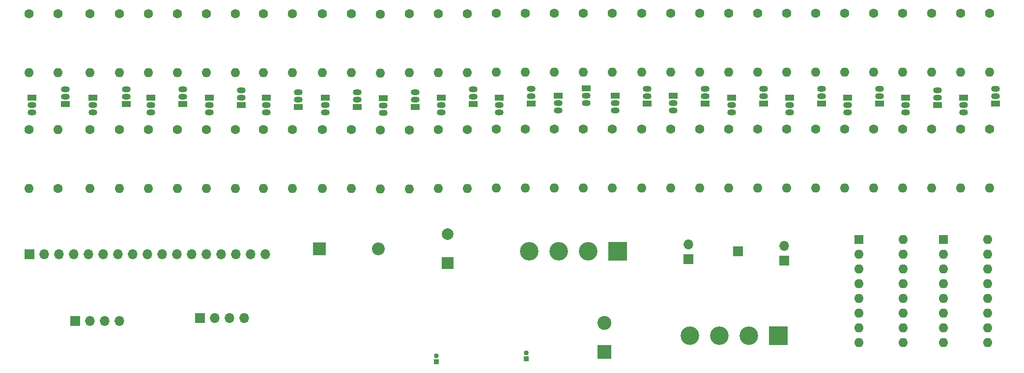
<source format=gbr>
%TF.GenerationSoftware,KiCad,Pcbnew,8.0.5*%
%TF.CreationDate,2024-10-01T12:40:19+02:00*%
%TF.ProjectId,e,652e6b69-6361-4645-9f70-636258585858,rev?*%
%TF.SameCoordinates,Original*%
%TF.FileFunction,Soldermask,Bot*%
%TF.FilePolarity,Negative*%
%FSLAX46Y46*%
G04 Gerber Fmt 4.6, Leading zero omitted, Abs format (unit mm)*
G04 Created by KiCad (PCBNEW 8.0.5) date 2024-10-01 12:40:19*
%MOMM*%
%LPD*%
G01*
G04 APERTURE LIST*
%ADD10R,1.700000X1.700000*%
%ADD11O,1.700000X1.700000*%
%ADD12C,1.600000*%
%ADD13O,1.600000X1.600000*%
%ADD14R,1.500000X1.050000*%
%ADD15O,1.500000X1.050000*%
%ADD16R,0.850000X0.850000*%
%ADD17O,0.850000X0.850000*%
%ADD18R,3.200000X3.200000*%
%ADD19C,3.200000*%
%ADD20R,1.600000X1.600000*%
%ADD21R,2.000000X2.000000*%
%ADD22C,2.000000*%
%ADD23R,2.200000X2.200000*%
%ADD24O,2.200000X2.200000*%
%ADD25R,2.400000X2.400000*%
%ADD26C,2.400000*%
G04 APERTURE END LIST*
D10*
%TO.C,J9*%
X24920000Y-68500000D03*
D11*
X27460000Y-68500000D03*
X30000000Y-68500000D03*
X32540000Y-68500000D03*
%TD*%
D10*
%TO.C,J2*%
X46420000Y-68000000D03*
D11*
X48960000Y-68000000D03*
X51500000Y-68000000D03*
X54040000Y-68000000D03*
%TD*%
D10*
%TO.C,J5*%
X139120000Y-56500000D03*
%TD*%
%TO.C,J4*%
X130620000Y-57775000D03*
D11*
X130620000Y-55235000D03*
%TD*%
D10*
%TO.C,J3*%
X147120000Y-58040000D03*
D11*
X147120000Y-55500000D03*
%TD*%
D10*
%TO.C,J1*%
X17020000Y-57000000D03*
D11*
X19560000Y-57000000D03*
X22100000Y-57000000D03*
X24640000Y-57000000D03*
X27180000Y-57000000D03*
X29720000Y-57000000D03*
X32260000Y-57000000D03*
X34800000Y-57000000D03*
X37340000Y-57000000D03*
X39880000Y-57000000D03*
X42420000Y-57000000D03*
X44960000Y-57000000D03*
X47500000Y-57000000D03*
X50040000Y-57000000D03*
X52580000Y-57000000D03*
X55120000Y-57000000D03*
X57660000Y-57000000D03*
%TD*%
D12*
%TO.C,R39*%
X112500000Y-15420000D03*
D13*
X112500000Y-25580000D03*
%TD*%
D14*
%TO.C,Q19*%
X108140000Y-29650000D03*
D15*
X108140000Y-30920000D03*
X108140000Y-32190000D03*
%TD*%
D12*
%TO.C,R48*%
X132500000Y-35420000D03*
D13*
X132500000Y-45580000D03*
%TD*%
D16*
%TO.C,J6*%
X102620000Y-75000000D03*
D17*
X102620000Y-74000000D03*
%TD*%
D12*
%TO.C,R31*%
X22000000Y-15500000D03*
D13*
X22000000Y-25660000D03*
%TD*%
D14*
%TO.C,Q33*%
X178000000Y-29920000D03*
D15*
X178000000Y-31190000D03*
X178000000Y-32460000D03*
%TD*%
D14*
%TO.C,Q4*%
X83500000Y-31580000D03*
D15*
X83500000Y-30310000D03*
X83500000Y-29040000D03*
%TD*%
D14*
%TO.C,Q28*%
X153500000Y-30960000D03*
D15*
X153500000Y-29690000D03*
X153500000Y-28420000D03*
%TD*%
D12*
%TO.C,R34*%
X97500000Y-35420000D03*
D13*
X97500000Y-45580000D03*
%TD*%
D12*
%TO.C,R63*%
X172500000Y-15420000D03*
D13*
X172500000Y-25580000D03*
%TD*%
D12*
%TO.C,R7*%
X82500000Y-15460000D03*
D13*
X82500000Y-25620000D03*
%TD*%
D12*
%TO.C,R65*%
X177500000Y-15420000D03*
D13*
X177500000Y-25580000D03*
%TD*%
D12*
%TO.C,R15*%
X62370000Y-15500000D03*
D13*
X62370000Y-25660000D03*
%TD*%
D14*
%TO.C,Q22*%
X123500000Y-30960000D03*
D15*
X123500000Y-29690000D03*
X123500000Y-28420000D03*
%TD*%
D14*
%TO.C,Q12*%
X43500000Y-31040000D03*
D15*
X43500000Y-29770000D03*
X43500000Y-28500000D03*
%TD*%
D14*
%TO.C,Q2*%
X93500000Y-31040000D03*
D15*
X93500000Y-29770000D03*
X93500000Y-28500000D03*
%TD*%
D12*
%TO.C,R6*%
X77500000Y-35540000D03*
D13*
X77500000Y-45700000D03*
%TD*%
D12*
%TO.C,R51*%
X142500000Y-15420000D03*
D13*
X142500000Y-25580000D03*
%TD*%
D14*
%TO.C,Q7*%
X57870000Y-30000000D03*
D15*
X57870000Y-31270000D03*
X57870000Y-32540000D03*
%TD*%
D12*
%TO.C,R59*%
X162500000Y-15420000D03*
D13*
X162500000Y-25580000D03*
%TD*%
D12*
%TO.C,R18*%
X47500000Y-35500000D03*
D13*
X47500000Y-45660000D03*
%TD*%
D14*
%TO.C,Q20*%
X113000000Y-28380000D03*
D15*
X113000000Y-29650000D03*
X113000000Y-30920000D03*
%TD*%
D12*
%TO.C,R46*%
X127500000Y-35420000D03*
D13*
X127500000Y-45580000D03*
%TD*%
D12*
%TO.C,R35*%
X102500000Y-15420000D03*
D13*
X102500000Y-25580000D03*
%TD*%
D12*
%TO.C,R23*%
X42500000Y-15500000D03*
D13*
X42500000Y-25660000D03*
%TD*%
D14*
%TO.C,Q16*%
X23230000Y-31040000D03*
D15*
X23230000Y-29770000D03*
X23230000Y-28500000D03*
%TD*%
D14*
%TO.C,Q31*%
X168000000Y-29920000D03*
D15*
X168000000Y-31190000D03*
X168000000Y-32460000D03*
%TD*%
D12*
%TO.C,R67*%
X182500000Y-15420000D03*
D13*
X182500000Y-25580000D03*
%TD*%
D12*
%TO.C,R49*%
X137500000Y-15420000D03*
D13*
X137500000Y-25580000D03*
%TD*%
D12*
%TO.C,R38*%
X107500000Y-35420000D03*
D13*
X107500000Y-45580000D03*
%TD*%
D12*
%TO.C,R11*%
X72500000Y-15500000D03*
D13*
X72500000Y-25660000D03*
%TD*%
D12*
%TO.C,R58*%
X157500000Y-35420000D03*
D13*
X157500000Y-45580000D03*
%TD*%
D12*
%TO.C,R3*%
X87500000Y-35500000D03*
D13*
X87500000Y-45660000D03*
%TD*%
D12*
%TO.C,R45*%
X127500000Y-15420000D03*
D13*
X127500000Y-25580000D03*
%TD*%
D12*
%TO.C,R4*%
X92500000Y-35500000D03*
D13*
X92500000Y-45660000D03*
%TD*%
D12*
%TO.C,R32*%
X22000000Y-45660000D03*
D13*
X22000000Y-35500000D03*
%TD*%
D14*
%TO.C,Q26*%
X143500000Y-30960000D03*
D15*
X143500000Y-29690000D03*
X143500000Y-28420000D03*
%TD*%
D12*
%TO.C,R22*%
X37500000Y-35500000D03*
D13*
X37500000Y-45660000D03*
%TD*%
D14*
%TO.C,Q14*%
X33730000Y-31040000D03*
D15*
X33730000Y-29770000D03*
X33730000Y-28500000D03*
%TD*%
D14*
%TO.C,Q25*%
X138000000Y-29920000D03*
D15*
X138000000Y-31190000D03*
X138000000Y-32460000D03*
%TD*%
D14*
%TO.C,Q30*%
X163500000Y-30960000D03*
D15*
X163500000Y-29690000D03*
X163500000Y-28420000D03*
%TD*%
D12*
%TO.C,R12*%
X72500000Y-35500000D03*
D13*
X72500000Y-45660000D03*
%TD*%
D12*
%TO.C,R57*%
X157500000Y-15420000D03*
D13*
X157500000Y-25580000D03*
%TD*%
D12*
%TO.C,R26*%
X27500000Y-35500000D03*
D13*
X27500000Y-45660000D03*
%TD*%
D12*
%TO.C,R44*%
X122500000Y-35420000D03*
D13*
X122500000Y-45580000D03*
%TD*%
D12*
%TO.C,R1*%
X87500000Y-15500000D03*
D13*
X87500000Y-25660000D03*
%TD*%
D14*
%TO.C,Q15*%
X17500000Y-30000000D03*
D15*
X17500000Y-31270000D03*
X17500000Y-32540000D03*
%TD*%
D12*
%TO.C,R47*%
X132500000Y-15420000D03*
D13*
X132500000Y-25580000D03*
%TD*%
D12*
%TO.C,R66*%
X177500000Y-35420000D03*
D13*
X177500000Y-45580000D03*
%TD*%
D12*
%TO.C,R27*%
X32500000Y-15500000D03*
D13*
X32500000Y-25660000D03*
%TD*%
D12*
%TO.C,R53*%
X147500000Y-15420000D03*
D13*
X147500000Y-25580000D03*
%TD*%
D12*
%TO.C,R17*%
X47500000Y-15500000D03*
D13*
X47500000Y-25660000D03*
%TD*%
D12*
%TO.C,R61*%
X167500000Y-15420000D03*
D13*
X167500000Y-25580000D03*
%TD*%
D12*
%TO.C,R50*%
X137500000Y-35420000D03*
D13*
X137500000Y-45580000D03*
%TD*%
D12*
%TO.C,R5*%
X77500000Y-15540000D03*
D13*
X77500000Y-25700000D03*
%TD*%
D12*
%TO.C,R33*%
X97500000Y-15420000D03*
D13*
X97500000Y-25580000D03*
%TD*%
D12*
%TO.C,R24*%
X42500000Y-35500000D03*
D13*
X42500000Y-45660000D03*
%TD*%
D14*
%TO.C,Q3*%
X78000000Y-30040000D03*
D15*
X78000000Y-31310000D03*
X78000000Y-32580000D03*
%TD*%
D12*
%TO.C,R42*%
X117500000Y-35420000D03*
D13*
X117500000Y-45580000D03*
%TD*%
D12*
%TO.C,R20*%
X52500000Y-35500000D03*
D13*
X52500000Y-45660000D03*
%TD*%
D14*
%TO.C,Q24*%
X133500000Y-30960000D03*
D15*
X133500000Y-29690000D03*
X133500000Y-28420000D03*
%TD*%
D18*
%TO.C,D2*%
X146120000Y-71000000D03*
D19*
X141040000Y-71000000D03*
X135960000Y-71000000D03*
X130880000Y-71000000D03*
%TD*%
D14*
%TO.C,Q5*%
X68000000Y-30000000D03*
D15*
X68000000Y-31270000D03*
X68000000Y-32540000D03*
%TD*%
D12*
%TO.C,R54*%
X147500000Y-35420000D03*
D13*
X147500000Y-45580000D03*
%TD*%
D12*
%TO.C,R68*%
X182500000Y-35420000D03*
D13*
X182500000Y-45580000D03*
%TD*%
D14*
%TO.C,Q9*%
X48000000Y-30000000D03*
D15*
X48000000Y-31270000D03*
X48000000Y-32540000D03*
%TD*%
D12*
%TO.C,R8*%
X82500000Y-35540000D03*
D13*
X82500000Y-45700000D03*
%TD*%
D12*
%TO.C,R55*%
X152500000Y-15420000D03*
D13*
X152500000Y-25580000D03*
%TD*%
D12*
%TO.C,R60*%
X162500000Y-35420000D03*
D13*
X162500000Y-45580000D03*
%TD*%
D12*
%TO.C,R62*%
X167500000Y-35420000D03*
D13*
X167500000Y-45580000D03*
%TD*%
D12*
%TO.C,R36*%
X102500000Y-35420000D03*
D13*
X102500000Y-45580000D03*
%TD*%
%TO.C,U1*%
X182120000Y-54460000D03*
X182120000Y-57000000D03*
X182120000Y-59540000D03*
X182120000Y-62080000D03*
X182120000Y-64620000D03*
X182120000Y-67160000D03*
X182120000Y-69700000D03*
X182120000Y-72240000D03*
X174500000Y-72240000D03*
X174500000Y-69700000D03*
X174500000Y-67160000D03*
X174500000Y-64620000D03*
X174500000Y-62080000D03*
X174500000Y-59540000D03*
X174500000Y-57000000D03*
D20*
X174500000Y-54460000D03*
%TD*%
D12*
%TO.C,R14*%
X57370000Y-35500000D03*
D13*
X57370000Y-45660000D03*
%TD*%
D12*
%TO.C,R25*%
X27500000Y-15500000D03*
D13*
X27500000Y-25660000D03*
%TD*%
D21*
%TO.C,C1*%
X89120000Y-58500000D03*
D22*
X89120000Y-53500000D03*
%TD*%
D12*
%TO.C,R9*%
X67500000Y-15500000D03*
D13*
X67500000Y-25660000D03*
%TD*%
D14*
%TO.C,Q11*%
X38000000Y-30000000D03*
D15*
X38000000Y-31270000D03*
X38000000Y-32540000D03*
%TD*%
D12*
%TO.C,R19*%
X52500000Y-15500000D03*
D13*
X52500000Y-25660000D03*
%TD*%
D12*
%TO.C,R16*%
X62370000Y-35500000D03*
D13*
X62370000Y-45660000D03*
%TD*%
D20*
%TO.C,U3*%
X160000000Y-54460000D03*
D13*
X160000000Y-57000000D03*
X160000000Y-59540000D03*
X160000000Y-62080000D03*
X160000000Y-64620000D03*
X160000000Y-67160000D03*
X160000000Y-69700000D03*
X160000000Y-72240000D03*
X167620000Y-72240000D03*
X167620000Y-69700000D03*
X167620000Y-67160000D03*
X167620000Y-64620000D03*
X167620000Y-62080000D03*
X167620000Y-59540000D03*
X167620000Y-57000000D03*
X167620000Y-54460000D03*
%TD*%
D14*
%TO.C,Q17*%
X98000000Y-29920000D03*
D15*
X98000000Y-31190000D03*
X98000000Y-32460000D03*
%TD*%
D12*
%TO.C,R21*%
X37500000Y-15500000D03*
D13*
X37500000Y-25660000D03*
%TD*%
D12*
%TO.C,R13*%
X57370000Y-15500000D03*
D13*
X57370000Y-25660000D03*
%TD*%
D14*
%TO.C,Q10*%
X53500000Y-31270000D03*
D15*
X53500000Y-30000000D03*
X53500000Y-28730000D03*
%TD*%
D14*
%TO.C,Q21*%
X118000000Y-29650000D03*
D15*
X118000000Y-30920000D03*
X118000000Y-32190000D03*
%TD*%
D12*
%TO.C,R40*%
X112500000Y-35420000D03*
D13*
X112500000Y-45580000D03*
%TD*%
D12*
%TO.C,R37*%
X107500000Y-15420000D03*
D13*
X107500000Y-25580000D03*
%TD*%
D16*
%TO.C,J7*%
X87120000Y-75500000D03*
D17*
X87120000Y-74500000D03*
%TD*%
D14*
%TO.C,Q8*%
X63370000Y-31540000D03*
D15*
X63370000Y-30270000D03*
X63370000Y-29000000D03*
%TD*%
D23*
%TO.C,D1*%
X66960000Y-56000000D03*
D24*
X77120000Y-56000000D03*
%TD*%
D12*
%TO.C,R43*%
X122500000Y-15420000D03*
D13*
X122500000Y-25580000D03*
%TD*%
D12*
%TO.C,R28*%
X32500000Y-35500000D03*
D13*
X32500000Y-45660000D03*
%TD*%
D14*
%TO.C,Q29*%
X158000000Y-29920000D03*
D15*
X158000000Y-31190000D03*
X158000000Y-32460000D03*
%TD*%
D12*
%TO.C,R2*%
X92500000Y-15500000D03*
D13*
X92500000Y-25660000D03*
%TD*%
D12*
%TO.C,R52*%
X142500000Y-35420000D03*
D13*
X142500000Y-45580000D03*
%TD*%
D14*
%TO.C,Q18*%
X103500000Y-30960000D03*
D15*
X103500000Y-29690000D03*
X103500000Y-28420000D03*
%TD*%
D12*
%TO.C,R30*%
X17000000Y-35500000D03*
D13*
X17000000Y-45660000D03*
%TD*%
D14*
%TO.C,Q32*%
X173500000Y-31190000D03*
D15*
X173500000Y-29920000D03*
X173500000Y-28650000D03*
%TD*%
D14*
%TO.C,Q13*%
X28000000Y-30000000D03*
D15*
X28000000Y-31270000D03*
X28000000Y-32540000D03*
%TD*%
D14*
%TO.C,Q1*%
X88000000Y-30000000D03*
D15*
X88000000Y-31270000D03*
X88000000Y-32540000D03*
%TD*%
D12*
%TO.C,R29*%
X17000000Y-15500000D03*
D13*
X17000000Y-25660000D03*
%TD*%
D12*
%TO.C,R41*%
X117500000Y-15420000D03*
D13*
X117500000Y-25580000D03*
%TD*%
D12*
%TO.C,R56*%
X152500000Y-35420000D03*
D13*
X152500000Y-45580000D03*
%TD*%
D14*
%TO.C,Q6*%
X73500000Y-31540000D03*
D15*
X73500000Y-30270000D03*
X73500000Y-29000000D03*
%TD*%
D14*
%TO.C,Q27*%
X148000000Y-29920000D03*
D15*
X148000000Y-31190000D03*
X148000000Y-32460000D03*
%TD*%
D25*
%TO.C,C2*%
X116120000Y-73815200D03*
D26*
X116120000Y-68815200D03*
%TD*%
D12*
%TO.C,R10*%
X67500000Y-35500000D03*
D13*
X67500000Y-45660000D03*
%TD*%
D14*
%TO.C,Q23*%
X128000000Y-29650000D03*
D15*
X128000000Y-30920000D03*
X128000000Y-32190000D03*
%TD*%
D12*
%TO.C,R64*%
X172500000Y-35420000D03*
D13*
X172500000Y-45580000D03*
%TD*%
D18*
%TO.C,D3*%
X118360000Y-56500000D03*
D19*
X113280000Y-56500000D03*
X108200000Y-56500000D03*
X103120000Y-56500000D03*
%TD*%
D14*
%TO.C,Q34*%
X183500000Y-30960000D03*
D15*
X183500000Y-29690000D03*
X183500000Y-28420000D03*
%TD*%
M02*

</source>
